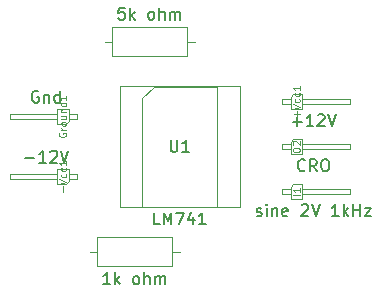
<source format=gbr>
G04 #@! TF.FileFunction,Other,Fab,Top*
%FSLAX46Y46*%
G04 Gerber Fmt 4.6, Leading zero omitted, Abs format (unit mm)*
G04 Created by KiCad (PCBNEW 4.0.7) date 01/25/19 00:49:24*
%MOMM*%
%LPD*%
G01*
G04 APERTURE LIST*
%ADD10C,0.100000*%
%ADD11C,0.150000*%
%ADD12C,0.090000*%
G04 APERTURE END LIST*
D10*
X160770000Y-88265000D02*
X161520000Y-88265000D01*
X161520000Y-88265000D02*
X161520000Y-89535000D01*
X161520000Y-89535000D02*
X160520000Y-89535000D01*
X160520000Y-89535000D02*
X160520000Y-88515000D01*
X160520000Y-88515000D02*
X160770000Y-88265000D01*
X159820000Y-88700000D02*
X160520000Y-88700000D01*
X159820000Y-88700000D02*
X159820000Y-89100000D01*
X159820000Y-89100000D02*
X160520000Y-89100000D01*
X161520000Y-88700000D02*
X165520000Y-88700000D01*
X165520000Y-88700000D02*
X165520000Y-89100000D01*
X161520000Y-89100000D02*
X165520000Y-89100000D01*
X141490000Y-95885000D02*
X140740000Y-95885000D01*
X140740000Y-95885000D02*
X140740000Y-94615000D01*
X140740000Y-94615000D02*
X141740000Y-94615000D01*
X141740000Y-94615000D02*
X141740000Y-95635000D01*
X141740000Y-95635000D02*
X141490000Y-95885000D01*
X142440000Y-95450000D02*
X141740000Y-95450000D01*
X142440000Y-95450000D02*
X142440000Y-95050000D01*
X142440000Y-95050000D02*
X141740000Y-95050000D01*
X140740000Y-95450000D02*
X136740000Y-95450000D01*
X136740000Y-95450000D02*
X136740000Y-95050000D01*
X140740000Y-95050000D02*
X136740000Y-95050000D01*
X141490000Y-90805000D02*
X140740000Y-90805000D01*
X140740000Y-90805000D02*
X140740000Y-89535000D01*
X140740000Y-89535000D02*
X141740000Y-89535000D01*
X141740000Y-89535000D02*
X141740000Y-90555000D01*
X141740000Y-90555000D02*
X141490000Y-90805000D01*
X142440000Y-90370000D02*
X141740000Y-90370000D01*
X142440000Y-90370000D02*
X142440000Y-89970000D01*
X142440000Y-89970000D02*
X141740000Y-89970000D01*
X140740000Y-90370000D02*
X136740000Y-90370000D01*
X136740000Y-90370000D02*
X136740000Y-89970000D01*
X140740000Y-89970000D02*
X136740000Y-89970000D01*
X160770000Y-95885000D02*
X161520000Y-95885000D01*
X161520000Y-95885000D02*
X161520000Y-97155000D01*
X161520000Y-97155000D02*
X160520000Y-97155000D01*
X160520000Y-97155000D02*
X160520000Y-96135000D01*
X160520000Y-96135000D02*
X160770000Y-95885000D01*
X159820000Y-96320000D02*
X160520000Y-96320000D01*
X159820000Y-96320000D02*
X159820000Y-96720000D01*
X159820000Y-96720000D02*
X160520000Y-96720000D01*
X161520000Y-96320000D02*
X165520000Y-96320000D01*
X165520000Y-96320000D02*
X165520000Y-96720000D01*
X161520000Y-96720000D02*
X165520000Y-96720000D01*
X160770000Y-92075000D02*
X161520000Y-92075000D01*
X161520000Y-92075000D02*
X161520000Y-93345000D01*
X161520000Y-93345000D02*
X160520000Y-93345000D01*
X160520000Y-93345000D02*
X160520000Y-92325000D01*
X160520000Y-92325000D02*
X160770000Y-92075000D01*
X159820000Y-92510000D02*
X160520000Y-92510000D01*
X159820000Y-92510000D02*
X159820000Y-92910000D01*
X159820000Y-92910000D02*
X160520000Y-92910000D01*
X161520000Y-92510000D02*
X165520000Y-92510000D01*
X165520000Y-92510000D02*
X165520000Y-92910000D01*
X161520000Y-92910000D02*
X165520000Y-92910000D01*
X144170000Y-100350000D02*
X144170000Y-102850000D01*
X144170000Y-102850000D02*
X150470000Y-102850000D01*
X150470000Y-102850000D02*
X150470000Y-100350000D01*
X150470000Y-100350000D02*
X144170000Y-100350000D01*
X143510000Y-101600000D02*
X144170000Y-101600000D01*
X151130000Y-101600000D02*
X150470000Y-101600000D01*
X151740000Y-85070000D02*
X151740000Y-82570000D01*
X151740000Y-82570000D02*
X145440000Y-82570000D01*
X145440000Y-82570000D02*
X145440000Y-85070000D01*
X145440000Y-85070000D02*
X151740000Y-85070000D01*
X152400000Y-83820000D02*
X151740000Y-83820000D01*
X144780000Y-83820000D02*
X145440000Y-83820000D01*
X148955000Y-87630000D02*
X154305000Y-87630000D01*
X154305000Y-87630000D02*
X154305000Y-97790000D01*
X154305000Y-97790000D02*
X147955000Y-97790000D01*
X147955000Y-97790000D02*
X147955000Y-88630000D01*
X147955000Y-88630000D02*
X148955000Y-87630000D01*
X146050000Y-87570000D02*
X146050000Y-97850000D01*
X146050000Y-97850000D02*
X156210000Y-97850000D01*
X156210000Y-97850000D02*
X156210000Y-87570000D01*
X156210000Y-87570000D02*
X146050000Y-87570000D01*
D11*
X160690595Y-90606429D02*
X161452500Y-90606429D01*
X161071548Y-90987381D02*
X161071548Y-90225476D01*
X162452500Y-90987381D02*
X161881071Y-90987381D01*
X162166785Y-90987381D02*
X162166785Y-89987381D01*
X162071547Y-90130238D01*
X161976309Y-90225476D01*
X161881071Y-90273095D01*
X162833452Y-90082619D02*
X162881071Y-90035000D01*
X162976309Y-89987381D01*
X163214405Y-89987381D01*
X163309643Y-90035000D01*
X163357262Y-90082619D01*
X163404881Y-90177857D01*
X163404881Y-90273095D01*
X163357262Y-90415952D01*
X162785833Y-90987381D01*
X163404881Y-90987381D01*
X163690595Y-89987381D02*
X164023928Y-90987381D01*
X164357262Y-89987381D01*
D12*
X161062857Y-90185715D02*
X161062857Y-89728572D01*
X161291429Y-89957143D02*
X160834286Y-89957143D01*
X160691429Y-89528572D02*
X161291429Y-89328572D01*
X160691429Y-89128572D01*
X161262857Y-88671429D02*
X161291429Y-88728572D01*
X161291429Y-88842858D01*
X161262857Y-88900000D01*
X161234286Y-88928572D01*
X161177143Y-88957143D01*
X161005714Y-88957143D01*
X160948571Y-88928572D01*
X160920000Y-88900000D01*
X160891429Y-88842858D01*
X160891429Y-88728572D01*
X160920000Y-88671429D01*
X161262857Y-88157143D02*
X161291429Y-88214286D01*
X161291429Y-88328572D01*
X161262857Y-88385714D01*
X161234286Y-88414286D01*
X161177143Y-88442857D01*
X161005714Y-88442857D01*
X160948571Y-88414286D01*
X160920000Y-88385714D01*
X160891429Y-88328572D01*
X160891429Y-88214286D01*
X160920000Y-88157143D01*
X161291429Y-87585714D02*
X161291429Y-87928571D01*
X161291429Y-87757143D02*
X160691429Y-87757143D01*
X160777143Y-87814286D01*
X160834286Y-87871428D01*
X160862857Y-87928571D01*
D11*
X138045595Y-93686429D02*
X138807500Y-93686429D01*
X139807500Y-94067381D02*
X139236071Y-94067381D01*
X139521785Y-94067381D02*
X139521785Y-93067381D01*
X139426547Y-93210238D01*
X139331309Y-93305476D01*
X139236071Y-93353095D01*
X140188452Y-93162619D02*
X140236071Y-93115000D01*
X140331309Y-93067381D01*
X140569405Y-93067381D01*
X140664643Y-93115000D01*
X140712262Y-93162619D01*
X140759881Y-93257857D01*
X140759881Y-93353095D01*
X140712262Y-93495952D01*
X140140833Y-94067381D01*
X140759881Y-94067381D01*
X141045595Y-93067381D02*
X141378928Y-94067381D01*
X141712262Y-93067381D01*
D12*
X141282857Y-96535715D02*
X141282857Y-96078572D01*
X140911429Y-95878572D02*
X141511429Y-95678572D01*
X140911429Y-95478572D01*
X141482857Y-95021429D02*
X141511429Y-95078572D01*
X141511429Y-95192858D01*
X141482857Y-95250000D01*
X141454286Y-95278572D01*
X141397143Y-95307143D01*
X141225714Y-95307143D01*
X141168571Y-95278572D01*
X141140000Y-95250000D01*
X141111429Y-95192858D01*
X141111429Y-95078572D01*
X141140000Y-95021429D01*
X141482857Y-94507143D02*
X141511429Y-94564286D01*
X141511429Y-94678572D01*
X141482857Y-94735714D01*
X141454286Y-94764286D01*
X141397143Y-94792857D01*
X141225714Y-94792857D01*
X141168571Y-94764286D01*
X141140000Y-94735714D01*
X141111429Y-94678572D01*
X141111429Y-94564286D01*
X141140000Y-94507143D01*
X141511429Y-93935714D02*
X141511429Y-94278571D01*
X141511429Y-94107143D02*
X140911429Y-94107143D01*
X140997143Y-94164286D01*
X141054286Y-94221428D01*
X141082857Y-94278571D01*
D11*
X139164643Y-88035000D02*
X139069405Y-87987381D01*
X138926548Y-87987381D01*
X138783690Y-88035000D01*
X138688452Y-88130238D01*
X138640833Y-88225476D01*
X138593214Y-88415952D01*
X138593214Y-88558810D01*
X138640833Y-88749286D01*
X138688452Y-88844524D01*
X138783690Y-88939762D01*
X138926548Y-88987381D01*
X139021786Y-88987381D01*
X139164643Y-88939762D01*
X139212262Y-88892143D01*
X139212262Y-88558810D01*
X139021786Y-88558810D01*
X139640833Y-88320714D02*
X139640833Y-88987381D01*
X139640833Y-88415952D02*
X139688452Y-88368333D01*
X139783690Y-88320714D01*
X139926548Y-88320714D01*
X140021786Y-88368333D01*
X140069405Y-88463571D01*
X140069405Y-88987381D01*
X140974167Y-88987381D02*
X140974167Y-87987381D01*
X140974167Y-88939762D02*
X140878929Y-88987381D01*
X140688452Y-88987381D01*
X140593214Y-88939762D01*
X140545595Y-88892143D01*
X140497976Y-88796905D01*
X140497976Y-88511190D01*
X140545595Y-88415952D01*
X140593214Y-88368333D01*
X140688452Y-88320714D01*
X140878929Y-88320714D01*
X140974167Y-88368333D01*
D12*
X140940000Y-91570000D02*
X140911429Y-91627143D01*
X140911429Y-91712857D01*
X140940000Y-91798572D01*
X140997143Y-91855714D01*
X141054286Y-91884286D01*
X141168571Y-91912857D01*
X141254286Y-91912857D01*
X141368571Y-91884286D01*
X141425714Y-91855714D01*
X141482857Y-91798572D01*
X141511429Y-91712857D01*
X141511429Y-91655714D01*
X141482857Y-91570000D01*
X141454286Y-91541429D01*
X141254286Y-91541429D01*
X141254286Y-91655714D01*
X141511429Y-91284286D02*
X141111429Y-91284286D01*
X141225714Y-91284286D02*
X141168571Y-91255714D01*
X141140000Y-91227143D01*
X141111429Y-91170000D01*
X141111429Y-91112857D01*
X141511429Y-90827143D02*
X141482857Y-90884285D01*
X141454286Y-90912857D01*
X141397143Y-90941428D01*
X141225714Y-90941428D01*
X141168571Y-90912857D01*
X141140000Y-90884285D01*
X141111429Y-90827143D01*
X141111429Y-90741428D01*
X141140000Y-90684285D01*
X141168571Y-90655714D01*
X141225714Y-90627143D01*
X141397143Y-90627143D01*
X141454286Y-90655714D01*
X141482857Y-90684285D01*
X141511429Y-90741428D01*
X141511429Y-90827143D01*
X141111429Y-90112857D02*
X141511429Y-90112857D01*
X141111429Y-90370000D02*
X141425714Y-90370000D01*
X141482857Y-90341428D01*
X141511429Y-90284286D01*
X141511429Y-90198571D01*
X141482857Y-90141428D01*
X141454286Y-90112857D01*
X141111429Y-89827143D02*
X141511429Y-89827143D01*
X141168571Y-89827143D02*
X141140000Y-89798571D01*
X141111429Y-89741429D01*
X141111429Y-89655714D01*
X141140000Y-89598571D01*
X141197143Y-89570000D01*
X141511429Y-89570000D01*
X141511429Y-89027143D02*
X140911429Y-89027143D01*
X141482857Y-89027143D02*
X141511429Y-89084286D01*
X141511429Y-89198572D01*
X141482857Y-89255714D01*
X141454286Y-89284286D01*
X141397143Y-89312857D01*
X141225714Y-89312857D01*
X141168571Y-89284286D01*
X141140000Y-89255714D01*
X141111429Y-89198572D01*
X141111429Y-89084286D01*
X141140000Y-89027143D01*
X141511429Y-88427143D02*
X141511429Y-88770000D01*
X141511429Y-88598572D02*
X140911429Y-88598572D01*
X140997143Y-88655715D01*
X141054286Y-88712857D01*
X141082857Y-88770000D01*
D11*
X157642976Y-98559762D02*
X157738214Y-98607381D01*
X157928690Y-98607381D01*
X158023929Y-98559762D01*
X158071548Y-98464524D01*
X158071548Y-98416905D01*
X158023929Y-98321667D01*
X157928690Y-98274048D01*
X157785833Y-98274048D01*
X157690595Y-98226429D01*
X157642976Y-98131190D01*
X157642976Y-98083571D01*
X157690595Y-97988333D01*
X157785833Y-97940714D01*
X157928690Y-97940714D01*
X158023929Y-97988333D01*
X158500119Y-98607381D02*
X158500119Y-97940714D01*
X158500119Y-97607381D02*
X158452500Y-97655000D01*
X158500119Y-97702619D01*
X158547738Y-97655000D01*
X158500119Y-97607381D01*
X158500119Y-97702619D01*
X158976309Y-97940714D02*
X158976309Y-98607381D01*
X158976309Y-98035952D02*
X159023928Y-97988333D01*
X159119166Y-97940714D01*
X159262024Y-97940714D01*
X159357262Y-97988333D01*
X159404881Y-98083571D01*
X159404881Y-98607381D01*
X160262024Y-98559762D02*
X160166786Y-98607381D01*
X159976309Y-98607381D01*
X159881071Y-98559762D01*
X159833452Y-98464524D01*
X159833452Y-98083571D01*
X159881071Y-97988333D01*
X159976309Y-97940714D01*
X160166786Y-97940714D01*
X160262024Y-97988333D01*
X160309643Y-98083571D01*
X160309643Y-98178810D01*
X159833452Y-98274048D01*
X161452500Y-97702619D02*
X161500119Y-97655000D01*
X161595357Y-97607381D01*
X161833453Y-97607381D01*
X161928691Y-97655000D01*
X161976310Y-97702619D01*
X162023929Y-97797857D01*
X162023929Y-97893095D01*
X161976310Y-98035952D01*
X161404881Y-98607381D01*
X162023929Y-98607381D01*
X162309643Y-97607381D02*
X162642976Y-98607381D01*
X162976310Y-97607381D01*
X164595358Y-98607381D02*
X164023929Y-98607381D01*
X164309643Y-98607381D02*
X164309643Y-97607381D01*
X164214405Y-97750238D01*
X164119167Y-97845476D01*
X164023929Y-97893095D01*
X165023929Y-98607381D02*
X165023929Y-97607381D01*
X165119167Y-98226429D02*
X165404882Y-98607381D01*
X165404882Y-97940714D02*
X165023929Y-98321667D01*
X165833453Y-98607381D02*
X165833453Y-97607381D01*
X165833453Y-98083571D02*
X166404882Y-98083571D01*
X166404882Y-98607381D02*
X166404882Y-97607381D01*
X166785834Y-97940714D02*
X167309644Y-97940714D01*
X166785834Y-98607381D01*
X167309644Y-98607381D01*
D12*
X161291429Y-96805714D02*
X160691429Y-96805714D01*
X161291429Y-96205714D02*
X161291429Y-96548571D01*
X161291429Y-96377143D02*
X160691429Y-96377143D01*
X160777143Y-96434286D01*
X160834286Y-96491428D01*
X160862857Y-96548571D01*
D11*
X161738215Y-94702143D02*
X161690596Y-94749762D01*
X161547739Y-94797381D01*
X161452501Y-94797381D01*
X161309643Y-94749762D01*
X161214405Y-94654524D01*
X161166786Y-94559286D01*
X161119167Y-94368810D01*
X161119167Y-94225952D01*
X161166786Y-94035476D01*
X161214405Y-93940238D01*
X161309643Y-93845000D01*
X161452501Y-93797381D01*
X161547739Y-93797381D01*
X161690596Y-93845000D01*
X161738215Y-93892619D01*
X162738215Y-94797381D02*
X162404881Y-94321190D01*
X162166786Y-94797381D02*
X162166786Y-93797381D01*
X162547739Y-93797381D01*
X162642977Y-93845000D01*
X162690596Y-93892619D01*
X162738215Y-93987857D01*
X162738215Y-94130714D01*
X162690596Y-94225952D01*
X162642977Y-94273571D01*
X162547739Y-94321190D01*
X162166786Y-94321190D01*
X163357262Y-93797381D02*
X163547739Y-93797381D01*
X163642977Y-93845000D01*
X163738215Y-93940238D01*
X163785834Y-94130714D01*
X163785834Y-94464048D01*
X163738215Y-94654524D01*
X163642977Y-94749762D01*
X163547739Y-94797381D01*
X163357262Y-94797381D01*
X163262024Y-94749762D01*
X163166786Y-94654524D01*
X163119167Y-94464048D01*
X163119167Y-94130714D01*
X163166786Y-93940238D01*
X163262024Y-93845000D01*
X163357262Y-93797381D01*
D12*
X160691429Y-93052857D02*
X160691429Y-92938571D01*
X160720000Y-92881429D01*
X160777143Y-92824286D01*
X160891429Y-92795714D01*
X161091429Y-92795714D01*
X161205714Y-92824286D01*
X161262857Y-92881429D01*
X161291429Y-92938571D01*
X161291429Y-93052857D01*
X161262857Y-93110000D01*
X161205714Y-93167143D01*
X161091429Y-93195714D01*
X160891429Y-93195714D01*
X160777143Y-93167143D01*
X160720000Y-93110000D01*
X160691429Y-93052857D01*
X160748571Y-92567143D02*
X160720000Y-92538572D01*
X160691429Y-92481429D01*
X160691429Y-92338572D01*
X160720000Y-92281429D01*
X160748571Y-92252858D01*
X160805714Y-92224286D01*
X160862857Y-92224286D01*
X160948571Y-92252858D01*
X161291429Y-92595715D01*
X161291429Y-92224286D01*
D11*
X145248572Y-104362381D02*
X144677143Y-104362381D01*
X144962857Y-104362381D02*
X144962857Y-103362381D01*
X144867619Y-103505238D01*
X144772381Y-103600476D01*
X144677143Y-103648095D01*
X145677143Y-104362381D02*
X145677143Y-103362381D01*
X145772381Y-103981429D02*
X146058096Y-104362381D01*
X146058096Y-103695714D02*
X145677143Y-104076667D01*
X147391429Y-104362381D02*
X147296191Y-104314762D01*
X147248572Y-104267143D01*
X147200953Y-104171905D01*
X147200953Y-103886190D01*
X147248572Y-103790952D01*
X147296191Y-103743333D01*
X147391429Y-103695714D01*
X147534287Y-103695714D01*
X147629525Y-103743333D01*
X147677144Y-103790952D01*
X147724763Y-103886190D01*
X147724763Y-104171905D01*
X147677144Y-104267143D01*
X147629525Y-104314762D01*
X147534287Y-104362381D01*
X147391429Y-104362381D01*
X148153334Y-104362381D02*
X148153334Y-103362381D01*
X148581906Y-104362381D02*
X148581906Y-103838571D01*
X148534287Y-103743333D01*
X148439049Y-103695714D01*
X148296191Y-103695714D01*
X148200953Y-103743333D01*
X148153334Y-103790952D01*
X149058096Y-104362381D02*
X149058096Y-103695714D01*
X149058096Y-103790952D02*
X149105715Y-103743333D01*
X149200953Y-103695714D01*
X149343811Y-103695714D01*
X149439049Y-103743333D01*
X149486668Y-103838571D01*
X149486668Y-104362381D01*
X149486668Y-103838571D02*
X149534287Y-103743333D01*
X149629525Y-103695714D01*
X149772382Y-103695714D01*
X149867620Y-103743333D01*
X149915239Y-103838571D01*
X149915239Y-104362381D01*
X146470953Y-80962381D02*
X145994762Y-80962381D01*
X145947143Y-81438571D01*
X145994762Y-81390952D01*
X146090000Y-81343333D01*
X146328096Y-81343333D01*
X146423334Y-81390952D01*
X146470953Y-81438571D01*
X146518572Y-81533810D01*
X146518572Y-81771905D01*
X146470953Y-81867143D01*
X146423334Y-81914762D01*
X146328096Y-81962381D01*
X146090000Y-81962381D01*
X145994762Y-81914762D01*
X145947143Y-81867143D01*
X146947143Y-81962381D02*
X146947143Y-80962381D01*
X147042381Y-81581429D02*
X147328096Y-81962381D01*
X147328096Y-81295714D02*
X146947143Y-81676667D01*
X148661429Y-81962381D02*
X148566191Y-81914762D01*
X148518572Y-81867143D01*
X148470953Y-81771905D01*
X148470953Y-81486190D01*
X148518572Y-81390952D01*
X148566191Y-81343333D01*
X148661429Y-81295714D01*
X148804287Y-81295714D01*
X148899525Y-81343333D01*
X148947144Y-81390952D01*
X148994763Y-81486190D01*
X148994763Y-81771905D01*
X148947144Y-81867143D01*
X148899525Y-81914762D01*
X148804287Y-81962381D01*
X148661429Y-81962381D01*
X149423334Y-81962381D02*
X149423334Y-80962381D01*
X149851906Y-81962381D02*
X149851906Y-81438571D01*
X149804287Y-81343333D01*
X149709049Y-81295714D01*
X149566191Y-81295714D01*
X149470953Y-81343333D01*
X149423334Y-81390952D01*
X150328096Y-81962381D02*
X150328096Y-81295714D01*
X150328096Y-81390952D02*
X150375715Y-81343333D01*
X150470953Y-81295714D01*
X150613811Y-81295714D01*
X150709049Y-81343333D01*
X150756668Y-81438571D01*
X150756668Y-81962381D01*
X150756668Y-81438571D02*
X150804287Y-81343333D01*
X150899525Y-81295714D01*
X151042382Y-81295714D01*
X151137620Y-81343333D01*
X151185239Y-81438571D01*
X151185239Y-81962381D01*
X149439524Y-99302381D02*
X148963333Y-99302381D01*
X148963333Y-98302381D01*
X149772857Y-99302381D02*
X149772857Y-98302381D01*
X150106191Y-99016667D01*
X150439524Y-98302381D01*
X150439524Y-99302381D01*
X150820476Y-98302381D02*
X151487143Y-98302381D01*
X151058571Y-99302381D01*
X152296667Y-98635714D02*
X152296667Y-99302381D01*
X152058571Y-98254762D02*
X151820476Y-98969048D01*
X152439524Y-98969048D01*
X153344286Y-99302381D02*
X152772857Y-99302381D01*
X153058571Y-99302381D02*
X153058571Y-98302381D01*
X152963333Y-98445238D01*
X152868095Y-98540476D01*
X152772857Y-98588095D01*
X150368095Y-92162381D02*
X150368095Y-92971905D01*
X150415714Y-93067143D01*
X150463333Y-93114762D01*
X150558571Y-93162381D01*
X150749048Y-93162381D01*
X150844286Y-93114762D01*
X150891905Y-93067143D01*
X150939524Y-92971905D01*
X150939524Y-92162381D01*
X151939524Y-93162381D02*
X151368095Y-93162381D01*
X151653809Y-93162381D02*
X151653809Y-92162381D01*
X151558571Y-92305238D01*
X151463333Y-92400476D01*
X151368095Y-92448095D01*
M02*

</source>
